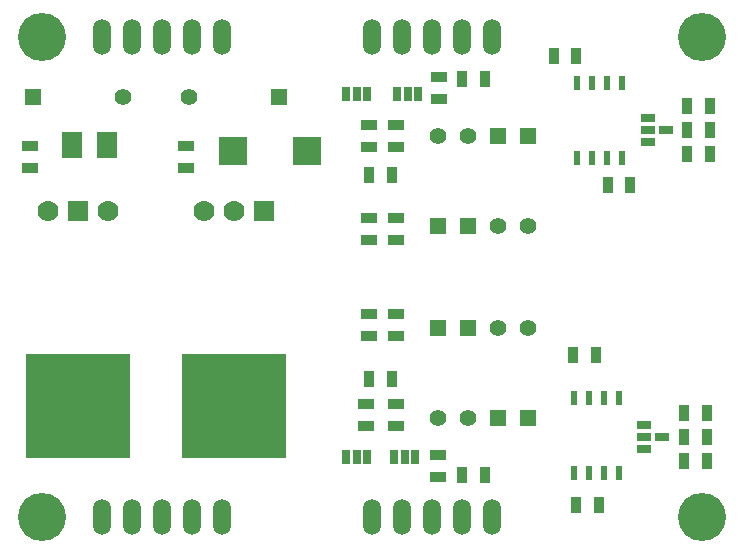
<source format=gts>
G04 (created by PCBNEW (2013-07-07 BZR 4022)-stable) date 10/7/2014 12:40:21 PM*
%MOIN*%
G04 Gerber Fmt 3.4, Leading zero omitted, Abs format*
%FSLAX34Y34*%
G01*
G70*
G90*
G04 APERTURE LIST*
%ADD10C,0.00590551*%
%ADD11R,0.02X0.045*%
%ADD12R,0.035X0.055*%
%ADD13R,0.055X0.035*%
%ADD14R,0.055X0.055*%
%ADD15C,0.055*%
%ADD16R,0.0933071X0.0956693*%
%ADD17R,0.0708661X0.0877953*%
%ADD18C,0.07*%
%ADD19R,0.07X0.07*%
%ADD20R,0.35X0.35*%
%ADD21O,0.0593X0.1187*%
%ADD22R,0.025X0.05*%
%ADD23R,0.05X0.025*%
%ADD24C,0.16*%
G04 APERTURE END LIST*
G54D10*
G54D11*
X44250Y-21550D03*
X43750Y-21550D03*
X43250Y-21550D03*
X42750Y-21550D03*
X42750Y-19050D03*
X43250Y-19050D03*
X43750Y-19050D03*
X44250Y-19050D03*
X44350Y-11050D03*
X43850Y-11050D03*
X43350Y-11050D03*
X42850Y-11050D03*
X42850Y-8550D03*
X43350Y-8550D03*
X43850Y-8550D03*
X44350Y-8550D03*
G54D12*
X39775Y-8400D03*
X39025Y-8400D03*
X46415Y-20340D03*
X47165Y-20340D03*
X46415Y-19540D03*
X47165Y-19540D03*
G54D13*
X36800Y-9925D03*
X36800Y-10675D03*
G54D12*
X35925Y-11600D03*
X36675Y-11600D03*
X43875Y-11950D03*
X44625Y-11950D03*
X42825Y-7650D03*
X42075Y-7650D03*
X47275Y-10900D03*
X46525Y-10900D03*
X46525Y-9300D03*
X47275Y-9300D03*
G54D13*
X38250Y-9075D03*
X38250Y-8325D03*
X36800Y-13025D03*
X36800Y-13775D03*
X35900Y-13775D03*
X35900Y-13025D03*
X35900Y-9925D03*
X35900Y-10675D03*
G54D12*
X46525Y-10100D03*
X47275Y-10100D03*
X42725Y-17600D03*
X43475Y-17600D03*
X47165Y-21140D03*
X46415Y-21140D03*
X43575Y-22600D03*
X42825Y-22600D03*
X35925Y-18400D03*
X36675Y-18400D03*
G54D13*
X24600Y-11375D03*
X24600Y-10625D03*
X29800Y-10625D03*
X29800Y-11375D03*
X36800Y-19975D03*
X36800Y-19225D03*
G54D12*
X39775Y-21600D03*
X39025Y-21600D03*
G54D13*
X38200Y-20925D03*
X38200Y-21675D03*
X36800Y-16975D03*
X36800Y-16225D03*
X35900Y-16225D03*
X35900Y-16975D03*
X35800Y-19975D03*
X35800Y-19225D03*
G54D14*
X38200Y-16700D03*
G54D15*
X38200Y-19700D03*
G54D14*
X32900Y-9000D03*
G54D15*
X29900Y-9000D03*
G54D14*
X38200Y-13300D03*
G54D15*
X38200Y-10300D03*
G54D14*
X41200Y-10300D03*
G54D15*
X41200Y-13300D03*
G54D14*
X39200Y-13300D03*
G54D15*
X39200Y-10300D03*
G54D14*
X40200Y-10300D03*
G54D15*
X40200Y-13300D03*
G54D14*
X24700Y-9000D03*
G54D15*
X27700Y-9000D03*
G54D14*
X41200Y-19700D03*
G54D15*
X41200Y-16700D03*
G54D14*
X40200Y-19700D03*
G54D15*
X40200Y-16700D03*
G54D14*
X39200Y-16700D03*
G54D15*
X39200Y-19700D03*
G54D16*
X33828Y-10800D03*
X31371Y-10800D03*
G54D17*
X27174Y-10600D03*
X26025Y-10600D03*
G54D18*
X30400Y-12800D03*
G54D19*
X32400Y-12800D03*
G54D18*
X31400Y-12800D03*
G54D20*
X31400Y-19300D03*
X26200Y-19300D03*
G54D18*
X27200Y-12800D03*
G54D19*
X26200Y-12800D03*
G54D18*
X25200Y-12800D03*
G54D21*
X31000Y-23000D03*
X31000Y-7000D03*
X27000Y-7000D03*
X27000Y-23000D03*
X39000Y-7000D03*
X38000Y-7000D03*
X37000Y-7000D03*
X36000Y-7000D03*
X40000Y-7000D03*
X40000Y-23000D03*
X36000Y-23000D03*
X30000Y-23000D03*
X29000Y-23000D03*
X28000Y-23000D03*
X30000Y-7000D03*
X28000Y-7000D03*
X29000Y-7000D03*
X39000Y-23000D03*
X38000Y-23000D03*
X37000Y-23000D03*
G54D22*
X37100Y-21000D03*
X36750Y-21000D03*
X37450Y-21000D03*
X35500Y-21000D03*
X35150Y-21000D03*
X35850Y-21000D03*
X37200Y-8900D03*
X36850Y-8900D03*
X37550Y-8900D03*
X35500Y-8900D03*
X35150Y-8900D03*
X35850Y-8900D03*
G54D23*
X45090Y-20340D03*
X45090Y-19940D03*
X45690Y-20340D03*
X45090Y-20740D03*
X45200Y-10100D03*
X45200Y-9700D03*
X45800Y-10100D03*
X45200Y-10500D03*
G54D24*
X47000Y-23000D03*
X25000Y-23000D03*
X25000Y-7000D03*
X47000Y-7000D03*
M02*

</source>
